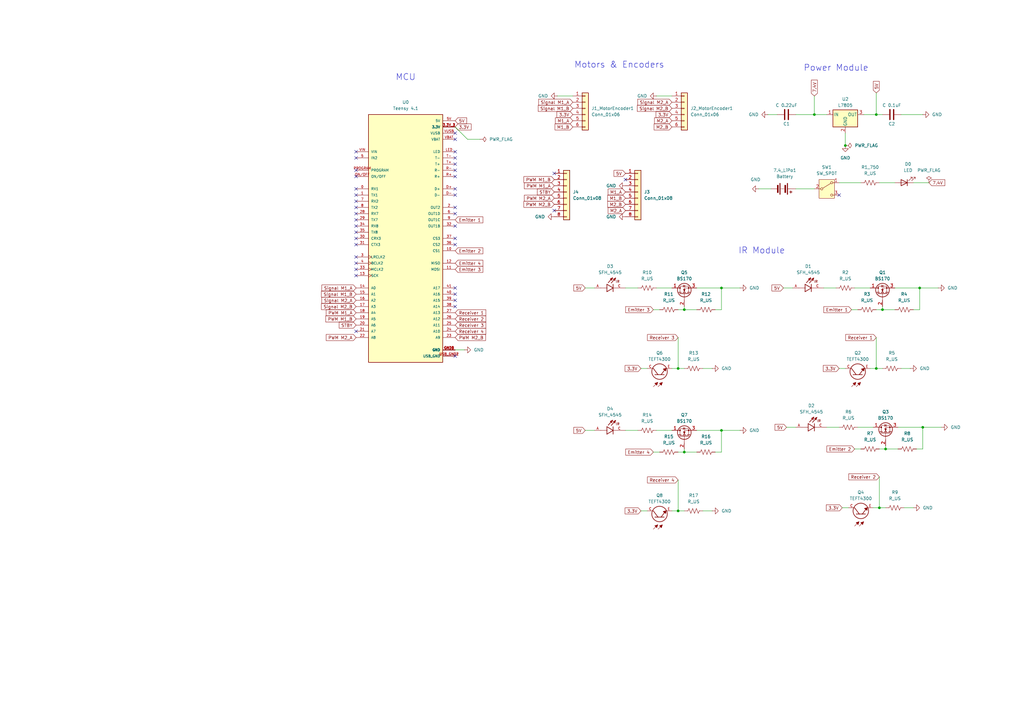
<source format=kicad_sch>
(kicad_sch (version 20250114) (generator "eeschema") (generator_version "9.0")
  (paper "A3")
  (lib_symbols
    (symbol "Connector_Generic:Conn_01x06" (pin_names (offset 1.016) (hide yes))
      (property "Reference" "J" (at 0 7.62 0))
      (property "Value" "Conn_01x06" (at 0 -10.16 0))
      (symbol "Conn_01x06_1_1"
        (pin passive line (at -5.08 5.08 0) (length 3.81) (name "Pin_1") (number "1"))
        (pin passive line (at -5.08 2.54 0) (length 3.81) (name "Pin_2") (number "2"))
        (pin passive line (at -5.08 0 0) (length 3.81) (name "Pin_3") (number "3"))
        (pin passive line (at -5.08 -2.54 0) (length 3.81) (name "Pin_4") (number "4"))
        (pin passive line (at -5.08 -5.08 0) (length 3.81) (name "Pin_5") (number "5"))
        (pin passive line (at -5.08 -7.62 0) (length 3.81) (name "Pin_6") (number "6"))
      )
    )
    (symbol "Connector_Generic:Conn_01x08" (pin_names (offset 1.016) (hide yes))
      (property "Reference" "J" (at 0 10.16 0))
      (property "Value" "Conn_01x08" (at 0 -12.7 0))
      (symbol "Conn_01x08_1_1"
        (pin passive line (at -5.08 7.62 0) (length 3.81) (name "Pin_1") (number "1"))
        (pin passive line (at -5.08 5.08 0) (length 3.81) (name "Pin_2") (number "2"))
        (pin passive line (at -5.08 2.54 0) (length 3.81) (name "Pin_3") (number "3"))
        (pin passive line (at -5.08 0 0) (length 3.81) (name "Pin_4") (number "4"))
        (pin passive line (at -5.08 -2.54 0) (length 3.81) (name "Pin_5") (number "5"))
        (pin passive line (at -5.08 -5.08 0) (length 3.81) (name "Pin_6") (number "6"))
        (pin passive line (at -5.08 -7.62 0) (length 3.81) (name "Pin_7") (number "7"))
        (pin passive line (at -5.08 -10.16 0) (length 3.81) (name "Pin_8") (number "8"))
      )
    )
    (symbol "Device:Battery" (pin_numbers (hide yes)) (pin_names (offset 0) (hide yes))
      (property "Reference" "BT" (at 2.54 2.54 0))
      (property "Value" "Battery" (at 2.54 0 0))
      (symbol "Battery_1_1"
        (pin passive line (at 0 5.08 270) (length 2.54) (name "+") (number "1"))
        (pin passive line (at 0 -5.08 90) (length 2.54) (name "-") (number "2"))
      )
    )
    (symbol "Device:C" (pin_numbers (hide yes)) (pin_names (offset 0.254))
      (property "Reference" "C" (at 0.635 2.54 0))
      (property "Value" "C" (at 0.635 -2.54 0))
      (symbol "C_1_1"
        (pin passive line (at 0 3.81 270) (length 2.794) (name "~") (number "1"))
        (pin passive line (at 0 -3.81 90) (length 2.794) (name "~") (number "2"))
      )
    )
    (symbol "Device:LED" (pin_numbers (hide yes)) (pin_names (offset 1.016) (hide yes))
      (property "Reference" "D" (at 0 2.54 0))
      (property "Value" "LED" (at 0 -2.54 0))
      (symbol "LED_1_1"
        (pin passive line (at -3.81 0 0) (length 2.54) (name "K") (number "1"))
        (pin passive line (at 3.81 0 180) (length 2.54) (name "A") (number "2"))
      )
    )
    (symbol "Device:R_US" (pin_numbers (hide yes)) (pin_names (offset 0))
      (property "Reference" "R" (at 2.54 0 90))
      (property "Value" "R_US" (at -2.54 0 90))
      (symbol "R_US_1_1"
        (pin passive line (at 0 3.81 270) (length 1.27) (name "~") (number "1"))
        (pin passive line (at 0 -3.81 90) (length 1.27) (name "~") (number "2"))
      )
    )
    (symbol "Regulator_Linear:L7805" (pin_names (offset 0.254))
      (property "Reference" "U" (at -3.81 3.175 0))
      (property "Value" "L7805" (at 0 3.175 0))
      (symbol "L7805_1_1"
        (pin power_in line (at -7.62 0 0) (length 2.54) (name "IN") (number "1"))
        (pin power_in line (at 0 -7.62 90) (length 2.54) (name "GND") (number "2"))
        (pin power_out line (at 7.62 0 180) (length 2.54) (name "OUT") (number "3"))
      )
    )
    (symbol "SFH_4545:SFH_4545" (pin_names (offset 1.016))
      (property "Reference" "D" (at -3.556 4.826 0))
      (property "Value" "SFH_4545" (at -3.556 -3.302 0))
      (symbol "SFH_4545_0_0"
        (text "IR" (at 1.016 2.032 0) (effects (font (size 1.016 1.016)) (justify left bottom)))
        (pin passive line (at -7.62 0 0) (length 2.54) (name "~") (number "A"))
        (pin passive line (at 5.08 0 180) (length 5.08) (name "~") (number "C"))
      )
    )
    (symbol "Switch:SW_SPDT" (pin_names (offset 0) (hide yes))
      (property "Reference" "SW" (at 0 5.08 0))
      (property "Value" "SW_SPDT" (at 0 -5.08 0))
      (symbol "SW_SPDT_1_1"
        (pin passive line (at -5.08 0 0) (length 2.54) (name "B") (number "2"))
        (pin passive line (at 5.08 2.54 180) (length 2.54) (name "A") (number "1"))
        (pin passive line (at 5.08 -2.54 180) (length 2.54) (name "C") (number "3"))
      )
    )
    (symbol "TEFT4300:TEFT4300" (pin_names (offset 1.016))
      (property "Reference" "Q" (at -10.1556 5.0822 0))
      (property "Value" "TEFT4300" (at -10.1508 -7.62 0))
      (symbol "TEFT4300_0_0"
        (pin passive line (at 2.54 5.08 270) (length 2.54) (name "~") (number "C"))
        (pin passive line (at 2.54 -5.08 90) (length 2.54) (name "~") (number "E"))
      )
    )
    (symbol "Teensy 4.1:DEV-16771" (pin_names (offset 1.016))
      (property "Reference" "U" (at -15.24 52.07 0))
      (property "Value" "DEV-16771" (at -15.24 -53.34 0))
      (symbol "DEV-16771_0_0"
        (pin input line (at -20.32 35.56 0) (length 5.08) (name "VIN") (number "VIN"))
        (pin bidirectional line (at -20.32 33.02 0) (length 5.08) (name "IN2") (number "5"))
        (pin bidirectional line (at -20.32 27.94 0) (length 5.08) (name "PROGRAM") (number "PROGRAM"))
        (pin bidirectional line (at -20.32 25.4 0) (length 5.08) (name "ON/OFF") (number "ON/OFF"))
        (pin bidirectional line (at -20.32 20.32 0) (length 5.08) (name "RX1") (number "0"))
        (pin bidirectional line (at -20.32 17.78 0) (length 5.08) (name "TX1") (number "1"))
        (pin bidirectional line (at -20.32 15.24 0) (length 5.08) (name "RX2") (number "7"))
        (pin bidirectional line (at -20.32 12.7 0) (length 5.08) (name "TX2") (number "8"))
        (pin bidirectional line (at -20.32 10.16 0) (length 5.08) (name "RX7") (number "28"))
        (pin bidirectional line (at -20.32 7.62 0) (length 5.08) (name "TX7") (number "29"))
        (pin bidirectional line (at -20.32 5.08 0) (length 5.08) (name "RX8") (number "34"))
        (pin bidirectional line (at -20.32 2.54 0) (length 5.08) (name "TX8") (number "35"))
        (pin bidirectional line (at -20.32 0 0) (length 5.08) (name "CRX3") (number "30"))
        (pin bidirectional line (at -20.32 -2.54 0) (length 5.08) (name "CTX3") (number "31"))
        (pin bidirectional clock (at -20.32 -7.62 0) (length 5.08) (name "LRCLK2") (number "3"))
        (pin bidirectional clock (at -20.32 -10.16 0) (length 5.08) (name "BCLK2") (number "4"))
        (pin bidirectional clock (at -20.32 -12.7 0) (length 5.08) (name "MCLK2") (number "33"))
        (pin bidirectional clock (at -20.32 -15.24 0) (length 5.08) (name "SCK") (number "13"))
        (pin bidirectional line (at -20.32 -20.32 0) (length 5.08) (name "A0") (number "14"))
        (pin bidirectional line (at -20.32 -22.86 0) (length 5.08) (name "A1") (number "15"))
        (pin bidirectional line (at -20.32 -25.4 0) (length 5.08) (name "A2") (number "16"))
        (pin bidirectional line (at -20.32 -27.94 0) (length 5.08) (name "A3") (number "17"))
        (pin bidirectional line (at -20.32 -30.48 0) (length 5.08) (name "A4") (number "18"))
        (pin bidirectional line (at -20.32 -33.02 0) (length 5.08) (name "A5") (number "19"))
        (pin bidirectional line (at -20.32 -35.56 0) (length 5.08) (name "A6") (number "20"))
        (pin bidirectional line (at -20.32 -38.1 0) (length 5.08) (name "A7") (number "21"))
        (pin bidirectional line (at -20.32 -40.64 0) (length 5.08) (name "A8") (number "22"))
        (pin power_in line (at 20.32 48.26 180) (length 5.08) (name "5V") (number "5V"))
        (pin power_in line (at 20.32 45.72 180) (length 5.08) (name "3.3V") (number "3.3V_1"))
        (pin power_in line (at 20.32 45.72 180) (length 5.08) (name "3.3V") (number "3.3V_2"))
        (pin power_in line (at 20.32 45.72 180) (length 5.08) (name "3.3V") (number "3.3V_3"))
        (pin passive line (at 20.32 43.18 180) (length 5.08) (name "VUSB") (number "VUSB"))
        (pin passive line (at 20.32 40.64 180) (length 5.08) (name "VBAT") (number "VBAT"))
        (pin bidirectional line (at 20.32 35.56 180) (length 5.08) (name "LED") (number "LED"))
        (pin bidirectional line (at 20.32 33.02 180) (length 5.08) (name "T-") (number "T-"))
        (pin bidirectional line (at 20.32 30.48 180) (length 5.08) (name "T+") (number "T+"))
        (pin bidirectional line (at 20.32 27.94 180) (length 5.08) (name "R-") (number "R-"))
        (pin bidirectional line (at 20.32 25.4 180) (length 5.08) (name "R+") (number "R+"))
        (pin bidirectional line (at 20.32 20.32 180) (length 5.08) (name "D+") (number "D+"))
        (pin bidirectional line (at 20.32 17.78 180) (length 5.08) (name "D-") (number "D-"))
        (pin output line (at 20.32 12.7 180) (length 5.08) (name "OUT2") (number "2"))
        (pin output line (at 20.32 10.16 180) (length 5.08) (name "OUT1D") (number "6"))
        (pin output line (at 20.32 7.62 180) (length 5.08) (name "OUT1C") (number "9"))
        (pin output line (at 20.32 5.08 180) (length 5.08) (name "OUT1B") (number "32"))
        (pin bidirectional line (at 20.32 0 180) (length 5.08) (name "CS3") (number "37"))
        (pin bidirectional line (at 20.32 -2.54 180) (length 5.08) (name "CS2") (number "36"))
        (pin bidirectional line (at 20.32 -5.08 180) (length 5.08) (name "CS1") (number "10"))
        (pin bidirectional line (at 20.32 -10.16 180) (length 5.08) (name "MISO") (number "12"))
        (pin bidirectional line (at 20.32 -12.7 180) (length 5.08) (name "MOSI") (number "11"))
        (pin bidirectional line (at 20.32 -20.32 180) (length 5.08) (name "A17") (number "41"))
        (pin bidirectional line (at 20.32 -22.86 180) (length 5.08) (name "A16") (number "40"))
        (pin bidirectional line (at 20.32 -25.4 180) (length 5.08) (name "A15") (number "39"))
        (pin bidirectional line (at 20.32 -27.94 180) (length 5.08) (name "A14") (number "38"))
        (pin bidirectional line (at 20.32 -30.48 180) (length 5.08) (name "A13") (number "27"))
        (pin bidirectional line (at 20.32 -33.02 180) (length 5.08) (name "A12") (number "26"))
        (pin bidirectional line (at 20.32 -35.56 180) (length 5.08) (name "A11") (number "25"))
        (pin bidirectional line (at 20.32 -38.1 180) (length 5.08) (name "A10") (number "24"))
        (pin bidirectional line (at 20.32 -40.64 180) (length 5.08) (name "A9") (number "23"))
        (pin power_in line (at 20.32 -45.72 180) (length 5.08) (name "GND") (number "GND1"))
        (pin power_in line (at 20.32 -45.72 180) (length 5.08) (name "GND") (number "GND2"))
        (pin power_in line (at 20.32 -45.72 180) (length 5.08) (name "GND") (number "GND3"))
        (pin power_in line (at 20.32 -45.72 180) (length 5.08) (name "GND") (number "GND4"))
        (pin power_in line (at 20.32 -45.72 180) (length 5.08) (name "GND") (number "GND5"))
        (pin power_in line (at 20.32 -48.26 180) (length 5.08) (name "USB_GND") (number "USB_GND1"))
        (pin power_in line (at 20.32 -48.26 180) (length 5.08) (name "USB_GND") (number "USB_GND2"))
      )
    )
    (symbol "Transistor_FET:BS170" (pin_names (hide yes))
      (property "Reference" "Q" (at 5.08 1.905 0))
      (property "Value" "BS170" (at 5.08 0 0))
      (symbol "BS170_1_1"
        (pin input line (at -5.08 0 0) (length 2.54) (name "G") (number "2"))
        (pin passive line (at 2.54 5.08 270) (length 2.54) (name "D") (number "1"))
        (pin passive line (at 2.54 -5.08 90) (length 2.54) (name "S") (number "3"))
      )
    )
    (symbol "power:GND" (power) (pin_numbers (hide yes)) (pin_names (offset 0) (hide yes))
      (property "Value" "GND" (at 0 -3.81 0))
      (symbol "GND_1_1"
        (pin power_in line (at 0 0 270) (length 0) (name "~") (number "1"))
      )
    )
    (symbol "power:PWR_FLAG" (power) (pin_numbers (hide yes)) (pin_names (offset 0) (hide yes))
      (property "Value" "PWR_FLAG" (at 0 3.81 0))
      (symbol "PWR_FLAG_0_0"
        (pin power_out line (at 0 0 90) (length 0) (name "~") (number "1"))
      )
    )
  )
  (text "Power Module" (at 342.9 27.94 0) (effects (font (size 2.54 2.54))))
  (text "IR Module" (at 312.42 102.87 0) (effects (font (size 2.54 2.54))))
  (text "MCU" (at 166.37 31.75 0) (effects (font (size 2.54 2.54))))
  (text "Motors & Encoders\n" (at 254 26.67 0) (effects (font (size 2.54 2.54))))
  (junction (at 295.91 118.11))
  (junction (at 295.91 176.53))
  (junction (at 363.22 184.15))
  (junction (at 360.68 208.28))
  (junction (at 334.01 46.99))
  (junction (at 361.95 127))
  (junction (at 280.67 185.42))
  (junction (at 278.13 151.13))
  (junction (at 359.41 46.99))
  (junction (at 378.46 175.26))
  (junction (at 346.71 59.69))
  (junction (at 377.19 118.11))
  (junction (at 278.13 209.55))
  (junction (at 359.41 151.13))
  (junction (at 280.67 127))
  (no_connect (at 186.69 123.19))
  (no_connect (at 146.05 92.71))
  (no_connect (at 146.05 64.77))
  (no_connect (at 344.17 80.01))
  (no_connect (at 186.69 64.77))
  (no_connect (at 146.05 80.01))
  (no_connect (at 186.69 77.47))
  (no_connect (at 186.69 67.31))
  (no_connect (at 186.69 54.61))
  (no_connect (at 146.05 100.33))
  (no_connect (at 146.05 90.17))
  (no_connect (at 186.69 87.63))
  (no_connect (at 186.69 92.71))
  (no_connect (at 146.05 97.79))
  (no_connect (at 146.05 69.85))
  (no_connect (at 146.05 72.39))
  (no_connect (at 146.05 135.89))
  (no_connect (at 186.69 85.09))
  (no_connect (at 186.69 62.23))
  (no_connect (at 186.69 146.05))
  (no_connect (at 146.05 113.03))
  (no_connect (at 146.05 107.95))
  (no_connect (at 146.05 85.09))
  (no_connect (at 146.05 82.55))
  (no_connect (at 146.05 105.41))
  (no_connect (at 186.69 57.15))
  (no_connect (at 146.05 95.25))
  (no_connect (at 186.69 97.79))
  (no_connect (at 256.54 73.66))
  (no_connect (at 227.33 71.12))
  (no_connect (at 186.69 80.01))
  (no_connect (at 146.05 77.47))
  (no_connect (at 227.33 86.36))
  (no_connect (at 186.69 120.65))
  (no_connect (at 146.05 62.23))
  (no_connect (at 186.69 125.73))
  (no_connect (at 186.69 118.11))
  (no_connect (at 146.05 110.49))
  (no_connect (at 186.69 100.33))
  (no_connect (at 186.69 69.85))
  (no_connect (at 186.69 72.39))
  (no_connect (at 146.05 87.63))
  (wire (pts (xy 334.01 39.37) (xy 334.01 46.99)))
  (wire (pts (xy 270.51 185.42) (xy 267.97 185.42)))
  (wire (pts (xy 293.37 185.42) (xy 295.91 185.42)))
  (wire (pts (xy 375.92 184.15) (xy 378.46 184.15)))
  (wire (pts (xy 359.41 151.13) (xy 361.95 151.13)))
  (wire (pts (xy 186.69 52.07) (xy 191.77 57.15)))
  (wire (pts (xy 345.44 208.28) (xy 347.98 208.28)))
  (wire (pts (xy 285.75 118.11) (xy 295.91 118.11)))
  (wire (pts (xy 356.87 151.13) (xy 359.41 151.13)))
  (wire (pts (xy 378.46 175.26) (xy 386.08 175.26)))
  (wire (pts (xy 359.41 46.99) (xy 361.95 46.99)))
  (wire (pts (xy 295.91 176.53) (xy 303.53 176.53)))
  (wire (pts (xy 288.29 209.55) (xy 292.1 209.55)))
  (wire (pts (xy 240.03 176.53) (xy 243.84 176.53)))
  (wire (pts (xy 280.67 127) (xy 278.13 127)))
  (wire (pts (xy 363.22 184.15) (xy 360.68 184.15)))
  (wire (pts (xy 278.13 138.43) (xy 278.13 151.13)))
  (wire (pts (xy 293.37 127) (xy 295.91 127)))
  (wire (pts (xy 361.95 127) (xy 367.03 127)))
  (wire (pts (xy 278.13 151.13) (xy 280.67 151.13)))
  (wire (pts (xy 269.24 176.53) (xy 275.59 176.53)))
  (wire (pts (xy 269.24 39.37) (xy 275.59 39.37)))
  (wire (pts (xy 295.91 118.11) (xy 303.53 118.11)))
  (wire (pts (xy 360.68 195.58) (xy 360.68 208.28)))
  (wire (pts (xy 270.51 127) (xy 267.97 127)))
  (wire (pts (xy 334.01 46.99) (xy 339.09 46.99)))
  (wire (pts (xy 358.14 208.28) (xy 360.68 208.28)))
  (wire (pts (xy 285.75 176.53) (xy 295.91 176.53)))
  (wire (pts (xy 280.67 127) (xy 285.75 127)))
  (wire (pts (xy 280.67 185.42) (xy 285.75 185.42)))
  (wire (pts (xy 377.19 118.11) (xy 377.19 127)))
  (wire (pts (xy 275.59 151.13) (xy 278.13 151.13)))
  (wire (pts (xy 367.03 118.11) (xy 377.19 118.11)))
  (wire (pts (xy 280.67 185.42) (xy 278.13 185.42)))
  (wire (pts (xy 346.71 59.69) (xy 346.71 54.61)))
  (wire (pts (xy 337.82 118.11) (xy 342.9 118.11)))
  (wire (pts (xy 311.15 77.47) (xy 316.23 77.47)))
  (wire (pts (xy 374.65 127) (xy 377.19 127)))
  (wire (pts (xy 288.29 151.13) (xy 292.1 151.13)))
  (wire (pts (xy 295.91 176.53) (xy 295.91 185.42)))
  (wire (pts (xy 344.17 151.13) (xy 346.71 151.13)))
  (wire (pts (xy 228.6 39.37) (xy 234.95 39.37)))
  (wire (pts (xy 322.58 175.26) (xy 326.39 175.26)))
  (wire (pts (xy 353.06 184.15) (xy 350.52 184.15)))
  (wire (pts (xy 359.41 138.43) (xy 359.41 151.13)))
  (wire (pts (xy 361.95 127) (xy 359.41 127)))
  (wire (pts (xy 186.69 143.51) (xy 190.5 143.51)))
  (wire (pts (xy 240.03 118.11) (xy 243.84 118.11)))
  (wire (pts (xy 326.39 77.47) (xy 334.01 77.47)))
  (wire (pts (xy 369.57 46.99) (xy 378.46 46.99)))
  (wire (pts (xy 378.46 175.26) (xy 378.46 184.15)))
  (wire (pts (xy 360.68 74.93) (xy 367.03 74.93)))
  (wire (pts (xy 280.67 125.73) (xy 280.67 127)))
  (wire (pts (xy 256.54 176.53) (xy 261.62 176.53)))
  (wire (pts (xy 368.3 175.26) (xy 378.46 175.26)))
  (wire (pts (xy 262.89 209.55) (xy 265.43 209.55)))
  (wire (pts (xy 374.65 74.93) (xy 381 74.93)))
  (wire (pts (xy 321.31 118.11) (xy 325.12 118.11)))
  (wire (pts (xy 318.77 46.99) (xy 314.96 46.99)))
  (wire (pts (xy 275.59 209.55) (xy 278.13 209.55)))
  (wire (pts (xy 262.89 151.13) (xy 265.43 151.13)))
  (wire (pts (xy 191.77 57.15) (xy 196.85 57.15)))
  (wire (pts (xy 377.19 118.11) (xy 384.81 118.11)))
  (wire (pts (xy 339.09 175.26) (xy 344.17 175.26)))
  (wire (pts (xy 350.52 118.11) (xy 356.87 118.11)))
  (wire (pts (xy 280.67 184.15) (xy 280.67 185.42)))
  (wire (pts (xy 369.57 151.13) (xy 373.38 151.13)))
  (wire (pts (xy 351.79 127) (xy 349.25 127)))
  (wire (pts (xy 269.24 118.11) (xy 275.59 118.11)))
  (wire (pts (xy 370.84 208.28) (xy 374.65 208.28)))
  (wire (pts (xy 363.22 184.15) (xy 368.3 184.15)))
  (wire (pts (xy 354.33 46.99) (xy 359.41 46.99)))
  (wire (pts (xy 351.79 175.26) (xy 358.14 175.26)))
  (wire (pts (xy 326.39 46.99) (xy 334.01 46.99)))
  (wire (pts (xy 359.41 38.1) (xy 359.41 46.99)))
  (wire (pts (xy 363.22 182.88) (xy 363.22 184.15)))
  (wire (pts (xy 278.13 196.85) (xy 278.13 209.55)))
  (wire (pts (xy 360.68 208.28) (xy 363.22 208.28)))
  (wire (pts (xy 278.13 209.55) (xy 280.67 209.55)))
  (wire (pts (xy 361.95 125.73) (xy 361.95 127)))
  (wire (pts (xy 295.91 118.11) (xy 295.91 127)))
  (wire (pts (xy 344.17 74.93) (xy 353.06 74.93)))
  (wire (pts (xy 256.54 118.11) (xy 261.62 118.11)))
  (global_label "Signal M1_A" (shape input) (at 146.05 118.11 180) (property "Intersheetrefs" "${INTERSHEET_REFS}" (effects (hide yes))))
  (global_label "M2_A" (shape input) (at 256.54 86.36 180) (property "Intersheetrefs" "${INTERSHEET_REFS}" (effects (hide yes))))
  (global_label "5V" (shape input) (at 256.54 71.12 180) (property "Intersheetrefs" "${INTERSHEET_REFS}" (effects (hide yes))))
  (global_label "Receiver 2" (shape input) (at 360.68 195.58 180) (property "Intersheetrefs" "${INTERSHEET_REFS}" (effects (hide yes))))
  (global_label "Receiver 4" (shape input) (at 186.69 135.89 0) (property "Intersheetrefs" "${INTERSHEET_REFS}" (effects (hide yes))))
  (global_label "3.3V" (shape input) (at 344.17 151.13 180) (property "Intersheetrefs" "${INTERSHEET_REFS}" (effects (hide yes))))
  (global_label "3.3V" (shape input) (at 262.89 151.13 180) (property "Intersheetrefs" "${INTERSHEET_REFS}" (effects (hide yes))))
  (global_label "PWM M2_A" (shape input) (at 146.05 138.43 180) (property "Intersheetrefs" "${INTERSHEET_REFS}" (effects (hide yes))))
  (global_label "M1_B" (shape input) (at 234.95 52.07 180) (property "Intersheetrefs" "${INTERSHEET_REFS}" (effects (hide yes))))
  (global_label "3.3V" (shape input) (at 275.59 46.99 180) (property "Intersheetrefs" "${INTERSHEET_REFS}" (effects (hide yes))))
  (global_label "Signal M2_A" (shape input) (at 146.05 123.19 180) (property "Intersheetrefs" "${INTERSHEET_REFS}" (effects (hide yes))))
  (global_label "Emitter 3" (shape input) (at 267.97 127 180) (property "Intersheetrefs" "${INTERSHEET_REFS}" (effects (hide yes))))
  (global_label "PWM M2_B" (shape input) (at 227.33 83.82 180) (property "Intersheetrefs" "${INTERSHEET_REFS}" (effects (hide yes))))
  (global_label "Receiver 1" (shape input) (at 359.41 138.43 180) (property "Intersheetrefs" "${INTERSHEET_REFS}" (effects (hide yes))))
  (global_label "5V" (shape input) (at 240.03 118.11 180) (property "Intersheetrefs" "${INTERSHEET_REFS}" (effects (hide yes))))
  (global_label "Signal M1_B" (shape input) (at 146.05 120.65 180) (property "Intersheetrefs" "${INTERSHEET_REFS}" (effects (hide yes))))
  (global_label "M2_B" (shape input) (at 275.59 52.07 180) (property "Intersheetrefs" "${INTERSHEET_REFS}" (effects (hide yes))))
  (global_label "PWM M2_B" (shape input) (at 186.69 138.43 0) (property "Intersheetrefs" "${INTERSHEET_REFS}" (effects (hide yes))))
  (global_label "5V" (shape input) (at 186.69 49.53 0) (property "Intersheetrefs" "${INTERSHEET_REFS}" (effects (hide yes))))
  (global_label "STBY" (shape input) (at 146.05 133.35 180) (property "Intersheetrefs" "${INTERSHEET_REFS}" (effects (hide yes))))
  (global_label "M1_B" (shape input) (at 256.54 81.28 180) (property "Intersheetrefs" "${INTERSHEET_REFS}" (effects (hide yes))))
  (global_label "5V" (shape input) (at 240.03 176.53 180) (property "Intersheetrefs" "${INTERSHEET_REFS}" (effects (hide yes))))
  (global_label "M1_A" (shape input) (at 256.54 78.74 180) (property "Intersheetrefs" "${INTERSHEET_REFS}" (effects (hide yes))))
  (global_label "7.4V" (shape input) (at 334.01 39.37 90) (property "Intersheetrefs" "${INTERSHEET_REFS}" (effects (hide yes))))
  (global_label "Emitter 3" (shape input) (at 186.69 110.49 0) (property "Intersheetrefs" "${INTERSHEET_REFS}" (effects (hide yes))))
  (global_label "PWM M1_B" (shape input) (at 227.33 73.66 180) (property "Intersheetrefs" "${INTERSHEET_REFS}" (effects (hide yes))))
  (global_label "3.3V" (shape input) (at 262.89 209.55 180) (property "Intersheetrefs" "${INTERSHEET_REFS}" (effects (hide yes))))
  (global_label "3.3V" (shape input) (at 345.44 208.28 180) (property "Intersheetrefs" "${INTERSHEET_REFS}" (effects (hide yes))))
  (global_label "Signal M1_B" (shape input) (at 234.95 44.45 180) (property "Intersheetrefs" "${INTERSHEET_REFS}" (effects (hide yes))))
  (global_label "Emitter 4" (shape input) (at 186.69 107.95 0) (property "Intersheetrefs" "${INTERSHEET_REFS}" (effects (hide yes))))
  (global_label "M2_A" (shape input) (at 275.59 49.53 180) (property "Intersheetrefs" "${INTERSHEET_REFS}" (effects (hide yes))))
  (global_label "5V" (shape input) (at 359.41 38.1 90) (property "Intersheetrefs" "${INTERSHEET_REFS}" (effects (hide yes))))
  (global_label "3.3V" (shape input) (at 234.95 46.99 180) (property "Intersheetrefs" "${INTERSHEET_REFS}" (effects (hide yes))))
  (global_label "Signal M2_B" (shape input) (at 146.05 125.73 180) (property "Intersheetrefs" "${INTERSHEET_REFS}" (effects (hide yes))))
  (global_label "PWM M1_A" (shape input) (at 146.05 128.27 180) (property "Intersheetrefs" "${INTERSHEET_REFS}" (effects (hide yes))))
  (global_label "M2_B" (shape input) (at 256.54 83.82 180) (property "Intersheetrefs" "${INTERSHEET_REFS}" (effects (hide yes))))
  (global_label "Receiver 2" (shape input) (at 186.69 130.81 0) (property "Intersheetrefs" "${INTERSHEET_REFS}" (effects (hide yes))))
  (global_label "Emitter 1" (shape input) (at 349.25 127 180) (property "Intersheetrefs" "${INTERSHEET_REFS}" (effects (hide yes))))
  (global_label "Signal M2_B" (shape input) (at 275.59 44.45 180) (property "Intersheetrefs" "${INTERSHEET_REFS}" (effects (hide yes))))
  (global_label "Receiver 1" (shape input) (at 186.69 128.27 0) (property "Intersheetrefs" "${INTERSHEET_REFS}" (effects (hide yes))))
  (global_label "3.3V" (shape input) (at 186.69 52.07 0) (property "Intersheetrefs" "${INTERSHEET_REFS}" (effects (hide yes))))
  (global_label "PWM M2_A" (shape input) (at 227.33 81.28 180) (property "Intersheetrefs" "${INTERSHEET_REFS}" (effects (hide yes))))
  (global_label "M1_A" (shape input) (at 234.95 49.53 180) (property "Intersheetrefs" "${INTERSHEET_REFS}" (effects (hide yes))))
  (global_label "Emitter 1" (shape input) (at 186.69 90.17 0) (property "Intersheetrefs" "${INTERSHEET_REFS}" (effects (hide yes))))
  (global_label "Receiver 4" (shape input) (at 278.13 196.85 180) (property "Intersheetrefs" "${INTERSHEET_REFS}" (effects (hide yes))))
  (global_label "Receiver 3" (shape input) (at 278.13 138.43 180) (property "Intersheetrefs" "${INTERSHEET_REFS}" (effects (hide yes))))
  (global_label "Signal M2_A" (shape input) (at 275.59 41.91 180) (property "Intersheetrefs" "${INTERSHEET_REFS}" (effects (hide yes))))
  (global_label "PWM M1_B" (shape input) (at 146.05 130.81 180) (property "Intersheetrefs" "${INTERSHEET_REFS}" (effects (hide yes))))
  (global_label "Receiver 3" (shape input) (at 186.69 133.35 0) (property "Intersheetrefs" "${INTERSHEET_REFS}" (effects (hide yes))))
  (global_label "5V" (shape input) (at 322.58 175.26 180) (property "Intersheetrefs" "${INTERSHEET_REFS}" (effects (hide yes))))
  (global_label "Signal M1_A" (shape input) (at 234.95 41.91 180) (property "Intersheetrefs" "${INTERSHEET_REFS}" (effects (hide yes))))
  (global_label "Emitter 2" (shape input) (at 350.52 184.15 180) (property "Intersheetrefs" "${INTERSHEET_REFS}" (effects (hide yes))))
  (global_label "Emitter 4" (shape input) (at 267.97 185.42 180) (property "Intersheetrefs" "${INTERSHEET_REFS}" (effects (hide yes))))
  (global_label "5V" (shape input) (at 321.31 118.11 180) (property "Intersheetrefs" "${INTERSHEET_REFS}" (effects (hide yes))))
  (global_label "Emitter 2" (shape input) (at 186.69 102.87 0) (property "Intersheetrefs" "${INTERSHEET_REFS}" (effects (hide yes))))
  (global_label "7.4V" (shape input) (at 381 74.93 0) (property "Intersheetrefs" "${INTERSHEET_REFS}" (effects (hide yes))))
  (global_label "PWM M1_A" (shape input) (at 227.33 76.2 180) (property "Intersheetrefs" "${INTERSHEET_REFS}" (effects (hide yes))))
  (global_label "STBY" (shape input) (at 227.33 78.74 180) (property "Intersheetrefs" "${INTERSHEET_REFS}" (effects (hide yes))))
  (symbol (lib_id "power:PWR_FLAG") (at 381 74.93 0) (unit 1)
    (property "Reference" "#FLG01" (effects (hide yes)))
    (property "Value" "PWR_FLAG" (at 381 69.85 0))
    (property "Description" "Special symbol for telling ERC where power comes from" (effects (hide yes)))
  )
  (symbol (lib_id "TEFT4300:TEFT4300") (at 353.06 210.82 90) (unit 1)
    (property "Reference" "Q4" (at 353.06 201.93 90))
    (property "Value" "TEFT4300" (at 353.06 204.47 90))
    (property "Footprint" "TEFT4300:XDCR_TEFT4300" (effects (hide yes)))
    (property "MF" "Vishay Semiconductor" (effects (hide yes)))
    (property "MAXIMUM_PACKAGE_HEIGHT" "6.10mm" (effects (hide yes)))
    (property "PACKAGE" "Radial Vishay" (effects (hide yes)))
    (property "Price" "None" (effects (hide yes)))
    (property "Package" "None" (effects (hide yes)))
    (property "Check_prices" "https://www.snapeda.com/parts/TEFT4300/Vishay/view-part/?ref=eda" (effects (hide yes)))
    (property "SnapEDA_Link" "https://www.snapeda.com/parts/TEFT4300/Vishay/view-part/?ref=snap" (effects (hide yes)))
    (property "MP" "TEFT4300" (effects (hide yes)))
    (property "Availability" "In Stock" (effects (hide yes)))
    (property "Description_1" "Phototransistors 925nm Top View Radial, 3mm Dia (T-1)" (effects (hide yes)))
  )
  (symbol (lib_id "Device:C") (at 365.76 46.99 90) (unit 1)
    (property "Reference" "C2" (at 365.76 50.8 90))
    (property "Value" "C 0.1uF" (at 365.76 43.18 90))
    (property "Footprint" "Capacitor_SMD:C_1206_3216Metric_Pad1.33x1.80mm_HandSolder" (effects (hide yes)))
    (property "Description" "Unpolarized capacitor" (effects (hide yes)))
  )
  (symbol (lib_id "power:GND") (at 378.46 46.99 90) (unit 1)
    (property "Reference" "#PWR03" (effects (hide yes)))
    (property "Value" "GND" (at 382.27 46.9899 90) (effects (justify right)))
    (property "Description" "Power symbol creates a global label with name \"GND\" , ground" (effects (hide yes)))
  )
  (symbol (lib_id "Device:LED") (at 370.84 74.93 180) (unit 1)
    (property "Reference" "D0" (at 372.4275 67.31 0))
    (property "Value" "LED" (at 372.4275 69.85 0))
    (property "Footprint" "LED_THT:LED_D5.0mm" (effects (hide yes)))
    (property "Description" "Light emitting diode" (effects (hide yes)))
    (property "Sim.Pins" "1=K 2=A" (effects (hide yes)))
  )
  (symbol (lib_id "Device:R_US") (at 289.56 127 90) (unit 1)
    (property "Reference" "R12" (at 289.56 120.65 90))
    (property "Value" "R_US" (at 289.56 123.19 90))
    (property "Footprint" "Resistor_SMD:R_1206_3216Metric_Pad1.30x1.75mm_HandSolder" (effects (hide yes)))
    (property "Description" "Resistor, US symbol" (effects (hide yes)))
  )
  (symbol (lib_id "power:GND") (at 346.71 59.69 0) (unit 1)
    (property "Reference" "#PWR01" (effects (hide yes)))
    (property "Value" "GND" (at 346.71 64.77 0))
    (property "Description" "Power symbol creates a global label with name \"GND\" , ground" (effects (hide yes)))
  )
  (symbol (lib_id "power:GND") (at 190.5 143.51 90) (unit 1)
    (property "Reference" "#PWR05" (effects (hide yes)))
    (property "Value" "GND" (at 194.31 143.5099 90) (effects (justify right)))
    (property "Description" "Power symbol creates a global label with name \"GND\" , ground" (effects (hide yes)))
  )
  (symbol (lib_id "Device:R_US") (at 284.48 151.13 90) (unit 1)
    (property "Reference" "R13" (at 284.48 144.78 90))
    (property "Value" "R_US" (at 284.48 147.32 90))
    (property "Footprint" "Resistor_SMD:R_1206_3216Metric_Pad1.30x1.75mm_HandSolder" (effects (hide yes)))
    (property "Description" "Resistor, US symbol" (effects (hide yes)))
  )
  (symbol (lib_id "Device:R_US") (at 346.71 118.11 90) (unit 1)
    (property "Reference" "R2" (at 346.71 111.76 90))
    (property "Value" "R_US" (at 346.71 114.3 90))
    (property "Footprint" "Resistor_SMD:R_1206_3216Metric_Pad1.30x1.75mm_HandSolder" (effects (hide yes)))
    (property "Description" "Resistor, US symbol" (effects (hide yes)))
  )
  (symbol (lib_id "Device:R_US") (at 372.11 184.15 90) (unit 1)
    (property "Reference" "R8" (at 372.11 177.8 90))
    (property "Value" "R_US" (at 372.11 180.34 90))
    (property "Footprint" "Resistor_SMD:R_1206_3216Metric_Pad1.30x1.75mm_HandSolder" (effects (hide yes)))
    (property "Description" "Resistor, US symbol" (effects (hide yes)))
  )
  (symbol (lib_id "Device:R_US") (at 274.32 185.42 90) (unit 1)
    (property "Reference" "R15" (at 274.32 179.07 90))
    (property "Value" "R_US" (at 274.32 181.61 90))
    (property "Footprint" "Resistor_SMD:R_1206_3216Metric_Pad1.30x1.75mm_HandSolder" (effects (hide yes)))
    (property "Description" "Resistor, US symbol" (effects (hide yes)))
  )
  (symbol (lib_id "Switch:SW_SPDT") (at 339.09 77.47 0) (unit 1)
    (property "Reference" "SW1" (at 339.09 68.58 0))
    (property "Value" "SW_SPDT" (at 339.09 71.12 0))
    (property "Footprint" "Connector_PinHeader_2.54mm:PinHeader_1x03_P2.54mm_Vertical" (effects (hide yes)))
    (property "Description" "Switch, single pole double throw" (effects (hide yes)))
  )
  (symbol (lib_id "SFH_4545:SFH_4545") (at 251.46 118.11 0) (unit 1)
    (property "Reference" "D3" (at 250.2287 109.22 0))
    (property "Value" "SFH_4545" (at 250.2287 111.76 0))
    (property "Footprint" "SFH_4545:DIO_SFH_4545" (effects (hide yes)))
    (property "MF" "OSRAM Opto" (effects (hide yes)))
    (property "Description_1" "Infrared (IR) Emitter 950nm 1.5V 100mA 550mW/sr @ 100mA 10° Radial" (effects (hide yes)))
    (property "Package" "None" (effects (hide yes)))
    (property "Price" "None" (effects (hide yes)))
    (property "Check_prices" "https://www.snapeda.com/parts/SFH%204545/OSRAM/view-part/?ref=eda" (effects (hide yes)))
    (property "STANDARD" "Manufacturer Recommendations" (effects (hide yes)))
    (property "PARTREV" "1.5" (effects (hide yes)))
    (property "SnapEDA_Link" "https://www.snapeda.com/parts/SFH%204545/OSRAM/view-part/?ref=snap" (effects (hide yes)))
    (property "MP" "SFH 4545" (effects (hide yes)))
    (property "Availability" "In Stock" (effects (hide yes)))
    (property "MANUFACTURER" "OSRAM" (effects (hide yes)))
  )
  (symbol (lib_id "Device:R_US") (at 265.43 118.11 90) (unit 1)
    (property "Reference" "R10" (at 265.43 111.76 90))
    (property "Value" "R_US" (at 265.43 114.3 90))
    (property "Footprint" "Resistor_SMD:R_1206_3216Metric_Pad1.30x1.75mm_HandSolder" (effects (hide yes)))
    (property "Description" "Resistor, US symbol" (effects (hide yes)))
  )
  (symbol (lib_id "Transistor_FET:BS170") (at 280.67 179.07 90) (unit 1)
    (property "Reference" "Q7" (at 280.67 170.18 90))
    (property "Value" "BS170" (at 280.67 172.72 90))
    (property "Footprint" "Package_TO_SOT_THT:TO-92_Inline" (effects (hide yes)))
    (property "Datasheet" "https://www.onsemi.com/pub/Collateral/BS170-D.PDF" (effects (hide yes)))
    (property "Description" "0.5A Id, 60V Vds, N-Channel MOSFET, TO-92" (effects (hide yes)))
  )
  (symbol (lib_id "Device:R_US") (at 370.84 127 90) (unit 1)
    (property "Reference" "R4" (at 370.84 120.65 90))
    (property "Value" "R_US" (at 370.84 123.19 90))
    (property "Footprint" "Resistor_SMD:R_1206_3216Metric_Pad1.30x1.75mm_HandSolder" (effects (hide yes)))
    (property "Description" "Resistor, US symbol" (effects (hide yes)))
  )
  (symbol (lib_id "power:GND") (at 227.33 88.9 270) (unit 1)
    (property "Reference" "#PWR019" (effects (hide yes)))
    (property "Value" "GND" (at 223.52 88.8999 90) (effects (justify right)))
    (property "Description" "Power symbol creates a global label with name \"GND\" , ground" (effects (hide yes)))
  )
  (symbol (lib_id "Connector_Generic:Conn_01x06") (at 240.03 44.45 0) (unit 1)
    (property "Reference" "J1_MotorEncoder1" (at 242.57 44.4499 0) (effects (justify left)))
    (property "Value" "Conn_01x06" (at 242.57 46.9899 0) (effects (justify left)))
    (property "Footprint" "Connector_PinHeader_2.54mm:PinHeader_1x06_P2.54mm_Vertical" (effects (hide yes)))
    (property "Description" "Generic connector, single row, 01x06, script generated (kicad-library-utils/schlib/autogen/connector/)" (effects (hide yes)))
  )
  (symbol (lib_id "power:GND") (at 256.54 76.2 270) (unit 1)
    (property "Reference" "#PWR021" (effects (hide yes)))
    (property "Value" "GND" (at 252.73 76.1999 90) (effects (justify right)))
    (property "Description" "Power symbol creates a global label with name \"GND\" , ground" (effects (hide yes)))
  )
  (symbol (lib_id "power:GND") (at 256.54 88.9 270) (unit 1)
    (property "Reference" "#PWR020" (effects (hide yes)))
    (property "Value" "GND" (at 252.73 88.8999 90) (effects (justify right)))
    (property "Description" "Power symbol creates a global label with name \"GND\" , ground" (effects (hide yes)))
  )
  (symbol (lib_id "Regulator_Linear:L7805") (at 346.71 46.99 0) (unit 1)
    (property "Reference" "U2" (at 346.71 40.64 0))
    (property "Value" "L7805" (at 346.71 43.18 0))
    (property "Footprint" "Package_TO_SOT_THT:TO-220-3_Vertical" (effects (hide yes)))
    (property "Datasheet" "http://www.st.com/content/ccc/resource/technical/document/datasheet/41/4f/b3/b0/12/d4/47/88/CD00000444.pdf/files/CD00000444.pdf/jcr:content/translations/en.CD00000444.pdf" (effects (hide yes)))
    (property "Description" "Positive 1.5A 35V Linear Regulator, Fixed Output 5V, TO-220/TO-263/TO-252" (effects (hide yes)))
  )
  (symbol (lib_id "SFH_4545:SFH_4545") (at 332.74 118.11 0) (unit 1)
    (property "Reference" "D1" (at 331.5087 109.22 0))
    (property "Value" "SFH_4545" (at 331.5087 111.76 0))
    (property "Footprint" "SFH_4545:DIO_SFH_4545" (effects (hide yes)))
    (property "MF" "OSRAM Opto" (effects (hide yes)))
    (property "Description_1" "Infrared (IR) Emitter 950nm 1.5V 100mA 550mW/sr @ 100mA 10° Radial" (effects (hide yes)))
    (property "Package" "None" (effects (hide yes)))
    (property "Price" "None" (effects (hide yes)))
    (property "Check_prices" "https://www.snapeda.com/parts/SFH%204545/OSRAM/view-part/?ref=eda" (effects (hide yes)))
    (property "STANDARD" "Manufacturer Recommendations" (effects (hide yes)))
    (property "PARTREV" "1.5" (effects (hide yes)))
    (property "SnapEDA_Link" "https://www.snapeda.com/parts/SFH%204545/OSRAM/view-part/?ref=snap" (effects (hide yes)))
    (property "MP" "SFH 4545" (effects (hide yes)))
    (property "Availability" "In Stock" (effects (hide yes)))
    (property "MANUFACTURER" "OSRAM" (effects (hide yes)))
  )
  (symbol (lib_id "SFH_4545:SFH_4545") (at 251.46 176.53 0) (unit 1)
    (property "Reference" "D4" (at 250.2287 167.64 0))
    (property "Value" "SFH_4545" (at 250.2287 170.18 0))
    (property "Footprint" "SFH_4545:DIO_SFH_4545" (effects (hide yes)))
    (property "MF" "OSRAM Opto" (effects (hide yes)))
    (property "Description_1" "Infrared (IR) Emitter 950nm 1.5V 100mA 550mW/sr @ 100mA 10° Radial" (effects (hide yes)))
    (property "Package" "None" (effects (hide yes)))
    (property "Price" "None" (effects (hide yes)))
    (property "Check_prices" "https://www.snapeda.com/parts/SFH%204545/OSRAM/view-part/?ref=eda" (effects (hide yes)))
    (property "STANDARD" "Manufacturer Recommendations" (effects (hide yes)))
    (property "PARTREV" "1.5" (effects (hide yes)))
    (property "SnapEDA_Link" "https://www.snapeda.com/parts/SFH%204545/OSRAM/view-part/?ref=snap" (effects (hide yes)))
    (property "MP" "SFH 4545" (effects (hide yes)))
    (property "Availability" "In Stock" (effects (hide yes)))
    (property "MANUFACTURER" "OSRAM" (effects (hide yes)))
  )
  (symbol (lib_id "Teensy 4.1:DEV-16771") (at 166.37 97.79 0) (unit 1)
    (property "Reference" "U0" (at 166.37 41.91 0))
    (property "Value" "Teensy 4.1" (at 166.37 44.45 0))
    (property "Footprint" "DEV-16771:MODULE_DEV-16771" (effects (hide yes)))
    (property "MF" "SparkFun Electronics" (effects (hide yes)))
    (property "MAXIMUM_PACKAGE_HEIGHT" "4.07mm" (effects (hide yes)))
    (property "Package" "None" (effects (hide yes)))
    (property "Price" "None" (effects (hide yes)))
    (property "Check_prices" "https://www.snapeda.com/parts/DEV-16771/SparkFun/view-part/?ref=eda" (effects (hide yes)))
    (property "STANDARD" "Manufacturer recommendations" (effects (hide yes)))
    (property "PARTREV" "4.1" (effects (hide yes)))
    (property "SnapEDA_Link" "https://www.snapeda.com/parts/DEV-16771/SparkFun/view-part/?ref=snap" (effects (hide yes)))
    (property "MP" "DEV-16771" (effects (hide yes)))
    (property "Description_1" "RT1062 Teensy 4.1 series ARM® Cortex®-M7 MPU Embedded Evaluation Board" (effects (hide yes)))
    (property "Availability" "In Stock" (effects (hide yes)))
    (property "MANUFACTURER" "SparkFun Electronics" (effects (hide yes)))
  )
  (symbol (lib_id "power:GND") (at 303.53 118.11 90) (unit 1)
    (property "Reference" "#PWR011" (effects (hide yes)))
    (property "Value" "GND" (at 307.34 118.1099 90) (effects (justify right)))
    (property "Description" "Power symbol creates a global label with name \"GND\" , ground" (effects (hide yes)))
  )
  (symbol (lib_id "Device:R_US") (at 274.32 127 90) (unit 1)
    (property "Reference" "R11" (at 274.32 120.65 90))
    (property "Value" "R_US" (at 274.32 123.19 90))
    (property "Footprint" "Resistor_SMD:R_1206_3216Metric_Pad1.30x1.75mm_HandSolder" (effects (hide yes)))
    (property "Description" "Resistor, US symbol" (effects (hide yes)))
  )
  (symbol (lib_id "SFH_4545:SFH_4545") (at 334.01 175.26 0) (unit 1)
    (property "Reference" "D2" (at 332.7787 166.37 0))
    (property "Value" "SFH_4545" (at 332.7787 168.91 0))
    (property "Footprint" "SFH_4545:DIO_SFH_4545" (effects (hide yes)))
    (property "MF" "OSRAM Opto" (effects (hide yes)))
    (property "Description_1" "Infrared (IR) Emitter 950nm 1.5V 100mA 550mW/sr @ 100mA 10° Radial" (effects (hide yes)))
    (property "Package" "None" (effects (hide yes)))
    (property "Price" "None" (effects (hide yes)))
    (property "Check_prices" "https://www.snapeda.com/parts/SFH%204545/OSRAM/view-part/?ref=eda" (effects (hide yes)))
    (property "STANDARD" "Manufacturer Recommendations" (effects (hide yes)))
    (property "PARTREV" "1.5" (effects (hide yes)))
    (property "SnapEDA_Link" "https://www.snapeda.com/parts/SFH%204545/OSRAM/view-part/?ref=snap" (effects (hide yes)))
    (property "MP" "SFH 4545" (effects (hide yes)))
    (property "Availability" "In Stock" (effects (hide yes)))
    (property "MANUFACTURER" "OSRAM" (effects (hide yes)))
  )
  (symbol (lib_id "Device:Battery") (at 321.31 77.47 270) (unit 1)
    (property "Reference" "7.4_LiPo1" (at 321.8815 69.85 90))
    (property "Value" "Battery" (at 321.8815 72.39 90))
    (property "Footprint" "Connector_PinHeader_2.54mm:PinHeader_1x02_P2.54mm_Vertical" (effects (hide yes)))
    (property "Description" "Multiple-cell battery" (effects (hide yes)))
  )
  (symbol (lib_id "power:PWR_FLAG") (at 196.85 57.15 270) (unit 1)
    (property "Reference" "#FLG02" (effects (hide yes)))
    (property "Value" "PWR_FLAG" (at 200.66 57.1499 90) (effects (justify left)))
    (property "Description" "Special symbol for telling ERC where power comes from" (effects (hide yes)))
  )
  (symbol (lib_id "TEFT4300:TEFT4300") (at 270.51 153.67 90) (unit 1)
    (property "Reference" "Q6" (at 270.51 144.78 90))
    (property "Value" "TEFT4300" (at 270.51 147.32 90))
    (property "Footprint" "TEFT4300:XDCR_TEFT4300" (effects (hide yes)))
    (property "MF" "Vishay Semiconductor" (effects (hide yes)))
    (property "MAXIMUM_PACKAGE_HEIGHT" "6.10mm" (effects (hide yes)))
    (property "PACKAGE" "Radial Vishay" (effects (hide yes)))
    (property "Price" "None" (effects (hide yes)))
    (property "Package" "None" (effects (hide yes)))
    (property "Check_prices" "https://www.snapeda.com/parts/TEFT4300/Vishay/view-part/?ref=eda" (effects (hide yes)))
    (property "SnapEDA_Link" "https://www.snapeda.com/parts/TEFT4300/Vishay/view-part/?ref=snap" (effects (hide yes)))
    (property "MP" "TEFT4300" (effects (hide yes)))
    (property "Availability" "In Stock" (effects (hide yes)))
    (property "Description_1" "Phototransistors 925nm Top View Radial, 3mm Dia (T-1)" (effects (hide yes)))
  )
  (symbol (lib_id "Connector_Generic:Conn_01x06") (at 280.67 44.45 0) (unit 1)
    (property "Reference" "J2_MotorEncoder1" (at 283.21 44.4499 0) (effects (justify left)))
    (property "Value" "Conn_01x06" (at 283.21 46.9899 0) (effects (justify left)))
    (property "Footprint" "Connector_PinHeader_2.54mm:PinHeader_1x06_P2.54mm_Vertical" (effects (hide yes)))
    (property "Description" "Generic connector, single row, 01x06, script generated (kicad-library-utils/schlib/autogen/connector/)" (effects (hide yes)))
  )
  (symbol (lib_id "power:GND") (at 314.96 46.99 270) (unit 1)
    (property "Reference" "#PWR02" (effects (hide yes)))
    (property "Value" "GND" (at 311.15 46.9901 90) (effects (justify right)))
    (property "Description" "Power symbol creates a global label with name \"GND\" , ground" (effects (hide yes)))
  )
  (symbol (lib_id "TEFT4300:TEFT4300") (at 270.51 212.09 90) (unit 1)
    (property "Reference" "Q8" (at 270.51 203.2 90))
    (property "Value" "TEFT4300" (at 270.51 205.74 90))
    (property "Footprint" "TEFT4300:XDCR_TEFT4300" (effects (hide yes)))
    (property "MF" "Vishay Semiconductor" (effects (hide yes)))
    (property "MAXIMUM_PACKAGE_HEIGHT" "6.10mm" (effects (hide yes)))
    (property "PACKAGE" "Radial Vishay" (effects (hide yes)))
    (property "Price" "None" (effects (hide yes)))
    (property "Package" "None" (effects (hide yes)))
    (property "Check_prices" "https://www.snapeda.com/parts/TEFT4300/Vishay/view-part/?ref=eda" (effects (hide yes)))
    (property "SnapEDA_Link" "https://www.snapeda.com/parts/TEFT4300/Vishay/view-part/?ref=snap" (effects (hide yes)))
    (property "MP" "TEFT4300" (effects (hide yes)))
    (property "Availability" "In Stock" (effects (hide yes)))
    (property "Description_1" "Phototransistors 925nm Top View Radial, 3mm Dia (T-1)" (effects (hide yes)))
  )
  (symbol (lib_id "Device:R_US") (at 289.56 185.42 90) (unit 1)
    (property "Reference" "R16" (at 289.56 179.07 90))
    (property "Value" "R_US" (at 289.56 181.61 90))
    (property "Footprint" "Resistor_SMD:R_1206_3216Metric_Pad1.30x1.75mm_HandSolder" (effects (hide yes)))
    (property "Description" "Resistor, US symbol" (effects (hide yes)))
  )
  (symbol (lib_id "power:GND") (at 228.6 39.37 270) (unit 1)
    (property "Reference" "#PWR018" (effects (hide yes)))
    (property "Value" "GND" (at 224.79 39.3699 90) (effects (justify right)))
    (property "Description" "Power symbol creates a global label with name \"GND\" , ground" (effects (hide yes)))
  )
  (symbol (lib_id "power:PWR_FLAG") (at 346.71 59.69 270) (mirror x) (unit 1)
    (property "Reference" "#FLG03" (effects (hide yes)))
    (property "Value" "PWR_FLAG" (at 350.52 59.6899 90) (effects (justify left)))
    (property "Description" "Special symbol for telling ERC where power comes from" (effects (hide yes)))
  )
  (symbol (lib_id "power:GND") (at 269.24 39.37 270) (unit 1)
    (property "Reference" "#PWR016" (effects (hide yes)))
    (property "Value" "GND" (at 265.43 39.3699 90) (effects (justify right)))
    (property "Description" "Power symbol creates a global label with name \"GND\" , ground" (effects (hide yes)))
  )
  (symbol (lib_id "Transistor_FET:BS170") (at 280.67 120.65 90) (unit 1)
    (property "Reference" "Q5" (at 280.67 111.76 90))
    (property "Value" "BS170" (at 280.67 114.3 90))
    (property "Footprint" "Package_TO_SOT_THT:TO-92_Inline" (effects (hide yes)))
    (property "Datasheet" "https://www.onsemi.com/pub/Collateral/BS170-D.PDF" (effects (hide yes)))
    (property "Description" "0.5A Id, 60V Vds, N-Channel MOSFET, TO-92" (effects (hide yes)))
  )
  (symbol (lib_id "Device:R_US") (at 365.76 151.13 90) (unit 1)
    (property "Reference" "R5" (at 365.76 144.78 90))
    (property "Value" "R_US" (at 365.76 147.32 90))
    (property "Footprint" "Resistor_SMD:R_1206_3216Metric_Pad1.30x1.75mm_HandSolder" (effects (hide yes)))
    (property "Description" "Resistor, US symbol" (effects (hide yes)))
  )
  (symbol (lib_id "power:GND") (at 374.65 208.28 90) (unit 1)
    (property "Reference" "#PWR012" (effects (hide yes)))
    (property "Value" "GND" (at 378.46 208.2799 90) (effects (justify right)))
    (property "Description" "Power symbol creates a global label with name \"GND\" , ground" (effects (hide yes)))
  )
  (symbol (lib_id "Transistor_FET:BS170") (at 363.22 177.8 90) (unit 1)
    (property "Reference" "Q3" (at 363.22 168.91 90))
    (property "Value" "BS170" (at 363.22 171.45 90))
    (property "Footprint" "Package_TO_SOT_THT:TO-92_Inline" (effects (hide yes)))
    (property "Datasheet" "https://www.onsemi.com/pub/Collateral/BS170-D.PDF" (effects (hide yes)))
    (property "Description" "0.5A Id, 60V Vds, N-Channel MOSFET, TO-92" (effects (hide yes)))
  )
  (symbol (lib_id "power:GND") (at 303.53 176.53 90) (unit 1)
    (property "Reference" "#PWR015" (effects (hide yes)))
    (property "Value" "GND" (at 307.34 176.5299 90) (effects (justify right)))
    (property "Description" "Power symbol creates a global label with name \"GND\" , ground" (effects (hide yes)))
  )
  (symbol (lib_id "Transistor_FET:BS170") (at 361.95 120.65 90) (unit 1)
    (property "Reference" "Q1" (at 361.95 111.76 90))
    (property "Value" "BS170" (at 361.95 114.3 90))
    (property "Footprint" "Package_TO_SOT_THT:TO-92_Inline" (effects (hide yes)))
    (property "Datasheet" "https://www.onsemi.com/pub/Collateral/BS170-D.PDF" (effects (hide yes)))
    (property "Description" "0.5A Id, 60V Vds, N-Channel MOSFET, TO-92" (effects (hide yes)))
  )
  (symbol (lib_id "Connector_Generic:Conn_01x08") (at 261.62 78.74 0) (unit 1)
    (property "Reference" "J3" (at 264.16 78.7399 0) (effects (justify left)))
    (property "Value" "Conn_01x08" (at 264.16 81.2799 0) (effects (justify left)))
    (property "Footprint" "Connector_PinHeader_2.54mm:PinHeader_1x08_P2.54mm_Vertical" (effects (hide yes)))
    (property "Description" "Generic connector, single row, 01x08, script generated (kicad-library-utils/schlib/autogen/connector/)" (effects (hide yes)))
  )
  (symbol (lib_id "power:GND") (at 292.1 209.55 90) (unit 1)
    (property "Reference" "#PWR014" (effects (hide yes)))
    (property "Value" "GND" (at 295.91 209.5499 90) (effects (justify right)))
    (property "Description" "Power symbol creates a global label with name \"GND\" , ground" (effects (hide yes)))
  )
  (symbol (lib_id "Device:R_US") (at 356.87 74.93 90) (unit 1)
    (property "Reference" "R1_750" (at 356.87 68.58 90))
    (property "Value" "R_US" (at 356.87 71.12 90))
    (property "Footprint" "Resistor_SMD:R_1206_3216Metric_Pad1.30x1.75mm_HandSolder" (effects (hide yes)))
    (property "Description" "Resistor, US symbol" (effects (hide yes)))
  )
  (symbol (lib_id "Device:R_US") (at 284.48 209.55 90) (unit 1)
    (property "Reference" "R17" (at 284.48 203.2 90))
    (property "Value" "R_US" (at 284.48 205.74 90))
    (property "Footprint" "Resistor_SMD:R_1206_3216Metric_Pad1.30x1.75mm_HandSolder" (effects (hide yes)))
    (property "Description" "Resistor, US symbol" (effects (hide yes)))
  )
  (symbol (lib_id "power:GND") (at 373.38 151.13 90) (unit 1)
    (property "Reference" "#PWR010" (effects (hide yes)))
    (property "Value" "GND" (at 377.19 151.1299 90) (effects (justify right)))
    (property "Description" "Power symbol creates a global label with name \"GND\" , ground" (effects (hide yes)))
  )
  (symbol (lib_id "Device:R_US") (at 265.43 176.53 90) (unit 1)
    (property "Reference" "R14" (at 265.43 170.18 90))
    (property "Value" "R_US" (at 265.43 172.72 90))
    (property "Footprint" "Resistor_SMD:R_1206_3216Metric_Pad1.30x1.75mm_HandSolder" (effects (hide yes)))
    (property "Description" "Resistor, US symbol" (effects (hide yes)))
  )
  (symbol (lib_id "Device:R_US") (at 356.87 184.15 90) (unit 1)
    (property "Reference" "R7" (at 356.87 177.8 90))
    (property "Value" "R_US" (at 356.87 180.34 90))
    (property "Footprint" "Resistor_SMD:R_1206_3216Metric_Pad1.30x1.75mm_HandSolder" (effects (hide yes)))
    (property "Description" "Resistor, US symbol" (effects (hide yes)))
  )
  (symbol (lib_id "power:GND") (at 311.15 77.47 270) (unit 1)
    (property "Reference" "#PWR06" (effects (hide yes)))
    (property "Value" "GND" (at 309.88 73.66 90))
    (property "Description" "Power symbol creates a global label with name \"GND\" , ground" (effects (hide yes)))
  )
  (symbol (lib_id "power:GND") (at 386.08 175.26 90) (unit 1)
    (property "Reference" "#PWR013" (effects (hide yes)))
    (property "Value" "GND" (at 389.89 175.2599 90) (effects (justify right)))
    (property "Description" "Power symbol creates a global label with name \"GND\" , ground" (effects (hide yes)))
  )
  (symbol (lib_id "TEFT4300:TEFT4300") (at 351.79 153.67 90) (unit 1)
    (property "Reference" "Q2" (at 351.79 144.78 90))
    (property "Value" "TEFT4300" (at 351.79 147.32 90))
    (property "Footprint" "TEFT4300:XDCR_TEFT4300" (effects (hide yes)))
    (property "MF" "Vishay Semiconductor" (effects (hide yes)))
    (property "MAXIMUM_PACKAGE_HEIGHT" "6.10mm" (effects (hide yes)))
    (property "PACKAGE" "Radial Vishay" (effects (hide yes)))
    (property "Price" "None" (effects (hide yes)))
    (property "Package" "None" (effects (hide yes)))
    (property "Check_prices" "https://www.snapeda.com/parts/TEFT4300/Vishay/view-part/?ref=eda" (effects (hide yes)))
    (property "SnapEDA_Link" "https://www.snapeda.com/parts/TEFT4300/Vishay/view-part/?ref=snap" (effects (hide yes)))
    (property "MP" "TEFT4300" (effects (hide yes)))
    (property "Availability" "In Stock" (effects (hide yes)))
    (property "Description_1" "Phototransistors 925nm Top View Radial, 3mm Dia (T-1)" (effects (hide yes)))
  )
  (symbol (lib_id "Device:R_US") (at 367.03 208.28 90) (unit 1)
    (property "Reference" "R9" (at 367.03 201.93 90))
    (property "Value" "R_US" (at 367.03 204.47 90))
    (property "Footprint" "Resistor_SMD:R_1206_3216Metric_Pad1.30x1.75mm_HandSolder" (effects (hide yes)))
    (property "Description" "Resistor, US symbol" (effects (hide yes)))
  )
  (symbol (lib_id "Device:C") (at 322.58 46.99 270) (unit 1)
    (property "Reference" "C1" (at 322.58 50.8 90))
    (property "Value" "C 0.22uF" (at 322.58 43.18 90))
    (property "Footprint" "Capacitor_SMD:C_1206_3216Metric_Pad1.33x1.80mm_HandSolder" (effects (hide yes)))
    (property "Description" "Unpolarized capacitor" (effects (hide yes)))
  )
  (symbol (lib_id "power:GND") (at 292.1 151.13 90) (unit 1)
    (property "Reference" "#PWR09" (effects (hide yes)))
    (property "Value" "GND" (at 295.91 151.1299 90) (effects (justify right)))
    (property "Description" "Power symbol creates a global label with name \"GND\" , ground" (effects (hide yes)))
  )
  (symbol (lib_id "Device:R_US") (at 347.98 175.26 90) (unit 1)
    (property "Reference" "R6" (at 347.98 168.91 90))
    (property "Value" "R_US" (at 347.98 171.45 90))
    (property "Footprint" "Resistor_SMD:R_1206_3216Metric_Pad1.30x1.75mm_HandSolder" (effects (hide yes)))
    (property "Description" "Resistor, US symbol" (effects (hide yes)))
  )
  (symbol (lib_id "Device:R_US") (at 355.6 127 90) (unit 1)
    (property "Reference" "R3" (at 355.6 120.65 90))
    (property "Value" "R_US" (at 355.6 123.19 90))
    (property "Footprint" "Resistor_SMD:R_1206_3216Metric_Pad1.30x1.75mm_HandSolder" (effects (hide yes)))
    (property "Description" "Resistor, US symbol" (effects (hide yes)))
  )
  (symbol (lib_id "power:GND") (at 384.81 118.11 90) (unit 1)
    (property "Reference" "#PWR08" (effects (hide yes)))
    (property "Value" "GND" (at 388.62 118.1099 90) (effects (justify right)))
    (property "Description" "Power symbol creates a global label with name \"GND\" , ground" (effects (hide yes)))
  )
  (symbol (lib_id "Connector_Generic:Conn_01x08") (at 232.41 78.74 0) (unit 1)
    (property "Reference" "J4" (at 234.95 78.7399 0) (effects (justify left)))
    (property "Value" "Conn_01x08" (at 234.95 81.2799 0) (effects (justify left)))
    (property "Footprint" "Connector_PinHeader_2.54mm:PinHeader_1x08_P2.54mm_Vertical" (effects (hide yes)))
    (property "Description" "Generic connector, single row, 01x08, script generated (kicad-library-utils/schlib/autogen/connector/)" (effects (hide yes)))
  )
)
</source>
